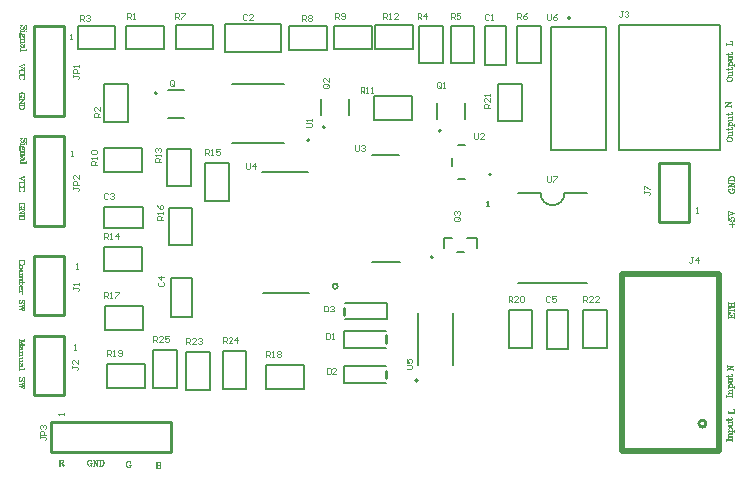
<source format=gto>
G04*
G04 #@! TF.GenerationSoftware,Altium Limited,Altium Designer,22.5.1 (42)*
G04*
G04 Layer_Color=65535*
%FSLAX44Y44*%
%MOMM*%
G71*
G04*
G04 #@! TF.SameCoordinates,7BE4DF7C-7C26-4D94-8E65-31FE19049D94*
G04*
G04*
G04 #@! TF.FilePolarity,Positive*
G04*
G01*
G75*
%ADD10C,0.2000*%
%ADD11C,0.1524*%
%ADD12C,0.1270*%
%ADD13C,0.2540*%
%ADD14C,0.2700*%
%ADD15C,0.1500*%
%ADD16C,0.5000*%
%ADD17C,0.1000*%
%ADD18C,0.0800*%
D10*
X356750Y182300D02*
G03*
X356750Y182300I-1000J0D01*
G01*
X265602Y292536D02*
G03*
X265602Y292536I-1000J0D01*
G01*
X406100Y252500D02*
G03*
X406100Y252500I-1000J0D01*
G01*
X344000Y78000D02*
G03*
X344000Y78000I-1000J0D01*
G01*
X252400Y281400D02*
G03*
X252400Y281400I-1000J0D01*
G01*
X473000Y385000D02*
G03*
X473000Y385000I-1000J0D01*
G01*
X123236Y321398D02*
G03*
X123236Y321398I-1000J0D01*
G01*
X363602Y289536D02*
G03*
X363602Y289536I-1000J0D01*
G01*
X365000Y346550D02*
Y378550D01*
X345000D02*
X365000D01*
X345000Y346550D02*
Y378550D01*
Y346550D02*
X365000D01*
X282220Y129888D02*
X317780D01*
Y144112D01*
X282220D02*
X317780D01*
X281220Y90112D02*
X316780D01*
X281220Y75888D02*
Y90112D01*
Y75888D02*
X316780D01*
X281412Y120112D02*
X316972D01*
X281412Y105888D02*
Y120112D01*
Y105888D02*
X316972D01*
X135110Y165010D02*
X152890D01*
Y131990D02*
Y165010D01*
X135110Y131990D02*
X152890D01*
X135110D02*
Y165010D01*
X132000Y242500D02*
X152000D01*
X132000D02*
Y274500D01*
X152000D01*
Y242500D02*
Y274500D01*
X133000Y224500D02*
X153000D01*
Y192500D02*
Y224500D01*
X133000Y192500D02*
X153000D01*
X133000D02*
Y224500D01*
X428000Y346550D02*
X448000D01*
X428000D02*
Y378550D01*
X448000D01*
Y346550D02*
Y378550D01*
X401110Y345530D02*
X418890D01*
X401110D02*
X401110Y378550D01*
X418890D01*
X418890Y345530D01*
X372000Y346550D02*
X392000D01*
X372000D02*
Y378550D01*
X392000D01*
Y346550D02*
Y378550D01*
X308000Y359000D02*
Y379000D01*
X340000D01*
Y359000D02*
Y379000D01*
X308000Y359000D02*
X340000D01*
X305000Y358550D02*
Y378550D01*
X273000Y358550D02*
X305000D01*
X273000D02*
Y378550D01*
X305000D01*
X235000Y358000D02*
Y378000D01*
X267000D01*
Y358000D02*
Y378000D01*
X235000Y358000D02*
X267000D01*
X171000Y359000D02*
Y379000D01*
X139000Y359000D02*
X171000D01*
X139000D02*
Y379000D01*
X171000D01*
X56000Y358550D02*
Y378550D01*
X88000D01*
Y358550D02*
Y378550D01*
X56000Y358550D02*
X88000D01*
X421000Y105500D02*
X441000D01*
X421000D02*
Y137500D01*
X441000D01*
Y105500D02*
Y137500D01*
X453110Y104490D02*
X470890D01*
X453110D02*
Y137510D01*
X470890D01*
Y104490D02*
Y137510D01*
X484000Y138000D02*
X504000D01*
Y106000D02*
Y138000D01*
X484000Y106000D02*
X504000D01*
X484000D02*
Y138000D01*
X412000Y297500D02*
X432000D01*
X412000D02*
Y329500D01*
X432000D01*
Y297500D02*
Y329500D01*
X215500Y71000D02*
Y91000D01*
X247500D01*
Y71000D02*
Y91000D01*
X215500Y71000D02*
X247500D01*
X307000Y299000D02*
Y319000D01*
X339000D01*
Y299000D02*
Y319000D01*
X307000Y299000D02*
X339000D01*
X78490Y255000D02*
Y275000D01*
X110490D01*
Y255000D02*
Y275000D01*
X78490Y255000D02*
X110490D01*
X78490Y297000D02*
X98490D01*
X78490D02*
Y329000D01*
X98490D01*
Y297000D02*
Y329000D01*
X97000Y358550D02*
X129000D01*
Y378550D01*
X97000D02*
X129000D01*
X97000Y358550D02*
Y378550D01*
X78490Y171000D02*
X110490D01*
Y191000D01*
X78490D02*
X110490D01*
X78490Y171000D02*
Y191000D01*
X184000Y230000D02*
Y262000D01*
X164000D02*
X184000D01*
X164000Y230000D02*
Y262000D01*
Y230000D02*
X184000D01*
X78490Y224890D02*
X111510Y224890D01*
X78490Y207110D02*
Y224890D01*
Y207110D02*
X111510Y207110D01*
Y224890D01*
X79000Y121000D02*
X111000D01*
Y141000D01*
X79000D02*
X111000D01*
X79000Y121000D02*
Y141000D01*
X81000Y72000D02*
X113000D01*
Y92000D01*
X81000D02*
X113000D01*
X81000Y72000D02*
Y92000D01*
X148000Y70000D02*
Y102000D01*
Y70000D02*
X168000D01*
Y102000D01*
X148000D02*
X168000D01*
X179000Y71000D02*
Y103000D01*
Y71000D02*
X199000D01*
Y103000D01*
X179000D02*
X199000D01*
X120000Y72000D02*
Y104000D01*
Y72000D02*
X140000D01*
Y104000D01*
X120000D02*
X140000D01*
D11*
X447940Y236700D02*
G03*
X468260Y236700I10160J0D01*
G01*
X428890D02*
X447940D01*
X468260D02*
X487310D01*
X428890Y160500D02*
X487310D01*
D12*
X276236Y158000D02*
G03*
X276236Y158000I-2236J0D01*
G01*
X305358Y178000D02*
X328758D01*
X304958Y269000D02*
X328358D01*
X213000Y152000D02*
X252000D01*
X212000Y255000D02*
X251000D01*
X285690Y302500D02*
Y316100D01*
X262310Y302500D02*
Y316100D01*
X377700Y277500D02*
X384300D01*
X373000Y259650D02*
Y266350D01*
X377700Y248500D02*
X384300Y248500D01*
X374000Y91000D02*
Y135000D01*
X344000Y91000D02*
Y135000D01*
X187000Y329000D02*
X231000D01*
X187000Y279000D02*
X231000D01*
X503000Y273500D02*
Y377500D01*
X457000Y377500D02*
X503000Y377500D01*
X457000Y273500D02*
Y377500D01*
Y273500D02*
X503000D01*
X132200Y323690D02*
X145800D01*
X132200Y300310D02*
X145800D01*
X360310Y299500D02*
Y313100D01*
X383690Y299500D02*
Y313100D01*
D13*
X588000Y41530D02*
G03*
X588000Y41530I-3000J0D01*
G01*
X19300Y65600D02*
X44700D01*
Y115600D01*
X19300Y65600D02*
Y115600D01*
X44700D01*
X548300Y212400D02*
X573700D01*
X573700Y262400D02*
X573700Y212400D01*
X548300D02*
X548300Y262400D01*
X573700D01*
X33900Y17300D02*
Y42700D01*
Y17300D02*
X135500Y17300D01*
X33900Y42700D02*
X135500Y42700D01*
Y17300D02*
Y42700D01*
X19300Y183600D02*
X44700D01*
X19300Y133600D02*
Y183600D01*
X44700Y133600D02*
Y183600D01*
X19300Y133600D02*
X44700D01*
X19300Y378280D02*
X44700D01*
X19300Y302080D02*
Y378280D01*
X44700Y302080D02*
Y378280D01*
X19300Y302080D02*
X44700D01*
X19300Y284700D02*
X44700D01*
X19300Y208500D02*
Y284700D01*
X44700Y208500D02*
Y284700D01*
X19300Y208500D02*
X44700D01*
D14*
X281966Y133698D02*
Y139794D01*
X317034Y80206D02*
Y86302D01*
X317226Y110206D02*
Y116302D01*
D15*
X377000Y187000D02*
X383000D01*
X394000Y190000D02*
Y199000D01*
X386000D02*
X394000D01*
X366000D02*
X373000Y199000D01*
X366000Y199000D02*
X366000Y190000D01*
X180500Y380000D02*
X180500Y379000D01*
X180500Y356000D02*
X228500D01*
X182500Y380000D02*
X227500D01*
X228500Y356000D02*
X228500Y379000D01*
X227500Y380000D02*
X228500Y379000D01*
X180500Y380000D02*
X182500D01*
X180500Y356000D02*
X180500Y379000D01*
X514000Y379000D02*
X517000D01*
X514000Y273000D02*
Y379000D01*
X517000D02*
X600000D01*
X514000Y273000D02*
X600000D01*
Y379000D01*
D16*
X517000Y18530D02*
X599000D01*
X517000D02*
Y168530D01*
X599000Y168530D01*
X599000Y18530D02*
X599000Y168530D01*
D17*
X10285Y77559D02*
X10999Y77321D01*
X9571D01*
X10285Y77559D01*
X10761Y78035D01*
X10999Y78749D01*
Y79464D01*
X10761Y80178D01*
X10285Y80654D01*
X9809D01*
X9333Y80416D01*
X9094Y80178D01*
X8856Y79701D01*
X8380Y78273D01*
X8142Y77797D01*
X7666Y77321D01*
X9809Y80654D02*
X9333Y80178D01*
X9094Y79701D01*
X8619Y78273D01*
X8380Y77797D01*
X8142Y77559D01*
X7666Y77321D01*
X6714D01*
X6238Y77797D01*
X6000Y78511D01*
Y79225D01*
X6238Y79940D01*
X6714Y80416D01*
X7428Y80654D01*
X6000D01*
X6714Y80416D01*
X10999Y75869D02*
X6000Y74917D01*
X10999Y75631D02*
X7190Y74917D01*
X10999Y73965D02*
X6000Y74917D01*
X10999Y73965D02*
X6000Y73012D01*
X10999Y73727D02*
X7190Y73012D01*
X10999Y72060D02*
X6000Y73012D01*
X10999Y76583D02*
Y74917D01*
Y72775D02*
Y71346D01*
X40572Y10999D02*
Y6000D01*
X40810Y10999D02*
Y6000D01*
X39858Y10999D02*
X42714D01*
X43428Y10761D01*
X43666Y10523D01*
X43904Y10047D01*
Y9571D01*
X43666Y9094D01*
X43428Y8856D01*
X42714Y8619D01*
X40810D01*
X42714Y10999D02*
X43190Y10761D01*
X43428Y10523D01*
X43666Y10047D01*
Y9571D01*
X43428Y9094D01*
X43190Y8856D01*
X42714Y8619D01*
X39858Y6000D02*
X41524D01*
X42000Y8619D02*
X42476Y8380D01*
X42714Y8142D01*
X43428Y6476D01*
X43666Y6238D01*
X43904D01*
X44142Y6476D01*
X42476Y8380D02*
X42714Y7904D01*
X43190Y6238D01*
X43428Y6000D01*
X43904D01*
X44142Y6476D01*
Y6714D01*
X605335Y282217D02*
X605573Y281502D01*
X606049Y281026D01*
X606525Y280788D01*
X607477Y280550D01*
X608191D01*
X609143Y280788D01*
X609620Y281026D01*
X610096Y281502D01*
X610334Y282217D01*
Y282693D01*
X610096Y283407D01*
X609620Y283883D01*
X609143Y284121D01*
X608191Y284359D01*
X607477D01*
X606525Y284121D01*
X606049Y283883D01*
X605573Y283407D01*
X605335Y282693D01*
Y282217D01*
X605573Y281740D01*
X606049Y281264D01*
X606525Y281026D01*
X607477Y280788D01*
X608191D01*
X609143Y281026D01*
X609620Y281264D01*
X610096Y281740D01*
X610334Y282217D01*
Y282693D02*
X610096Y283169D01*
X609620Y283645D01*
X609143Y283883D01*
X608191Y284121D01*
X607477D01*
X606525Y283883D01*
X606049Y283645D01*
X605573Y283169D01*
X605335Y282693D01*
X607001Y285763D02*
X609620D01*
X610096Y286001D01*
X610334Y286716D01*
Y287192D01*
X610096Y287906D01*
X609620Y288382D01*
X607001Y286001D02*
X609620D01*
X610096Y286240D01*
X610334Y286716D01*
X607001Y288382D02*
X610334D01*
X607001Y288620D02*
X610334D01*
X607001Y285049D02*
Y286001D01*
Y287668D02*
Y288620D01*
X610334Y288382D02*
Y289334D01*
Y291405D02*
X610096Y291167D01*
X609381Y290929D01*
X605335D01*
Y290691D01*
X609381D01*
X610096Y290929D01*
X610334Y291405D01*
Y291881D01*
X610096Y292357D01*
X609620Y292595D01*
X607001Y289977D02*
Y291881D01*
Y294119D02*
X612000D01*
X607001Y294357D02*
X612000D01*
X607715D02*
X607239Y294833D01*
X607001Y295309D01*
Y295785D01*
X607239Y296499D01*
X607715Y296975D01*
X608429Y297213D01*
X608905D01*
X609620Y296975D01*
X610096Y296499D01*
X610334Y295785D01*
Y295309D01*
X610096Y294833D01*
X609620Y294357D01*
X607001Y295785D02*
X607239Y296261D01*
X607715Y296737D01*
X608429Y296975D01*
X608905D01*
X609620Y296737D01*
X610096Y296261D01*
X610334Y295785D01*
X607001Y293405D02*
Y294357D01*
X612000Y293405D02*
Y295071D01*
X607001Y298618D02*
X609620D01*
X610096Y298856D01*
X610334Y299570D01*
Y300046D01*
X610096Y300760D01*
X609620Y301236D01*
X607001Y298856D02*
X609620D01*
X610096Y299094D01*
X610334Y299570D01*
X607001Y301236D02*
X610334D01*
X607001Y301474D02*
X610334D01*
X607001Y297904D02*
Y298856D01*
Y300522D02*
Y301474D01*
X610334Y301236D02*
Y302188D01*
Y304259D02*
X610096Y304021D01*
X609381Y303783D01*
X605335D01*
Y303545D01*
X609381D01*
X610096Y303783D01*
X610334Y304259D01*
Y304736D01*
X610096Y305212D01*
X609620Y305450D01*
X607001Y302831D02*
Y304736D01*
X605335Y65000D02*
X610334D01*
X605335Y65238D02*
X610334D01*
X605335Y64286D02*
Y65952D01*
X610334Y64286D02*
Y65952D01*
X607001Y67571D02*
X610334D01*
X607001Y67809D02*
X610334D01*
X607715D02*
X607239Y68285D01*
X607001Y68999D01*
Y69475D01*
X607239Y70189D01*
X607715Y70427D01*
X610334D01*
X607001Y69475D02*
X607239Y69951D01*
X607715Y70189D01*
X610334D01*
X607001Y66857D02*
Y67809D01*
X610334Y66857D02*
Y68523D01*
Y69475D02*
Y71142D01*
X607001Y72498D02*
X612000D01*
X607001Y72737D02*
X612000D01*
X607715D02*
X607239Y73213D01*
X607001Y73689D01*
Y74165D01*
X607239Y74879D01*
X607715Y75355D01*
X608429Y75593D01*
X608905D01*
X609620Y75355D01*
X610096Y74879D01*
X610334Y74165D01*
Y73689D01*
X610096Y73213D01*
X609620Y72737D01*
X607001Y74165D02*
X607239Y74641D01*
X607715Y75117D01*
X608429Y75355D01*
X608905D01*
X609620Y75117D01*
X610096Y74641D01*
X610334Y74165D01*
X607001Y71784D02*
Y72737D01*
X612000Y71784D02*
Y73451D01*
X607001Y76997D02*
X609620D01*
X610096Y77235D01*
X610334Y77950D01*
Y78426D01*
X610096Y79140D01*
X609620Y79616D01*
X607001Y77235D02*
X609620D01*
X610096Y77474D01*
X610334Y77950D01*
X607001Y79616D02*
X610334D01*
X607001Y79854D02*
X610334D01*
X607001Y76283D02*
Y77235D01*
Y78902D02*
Y79854D01*
X610334Y79616D02*
Y80568D01*
Y82639D02*
X610096Y82401D01*
X609381Y82163D01*
X605335D01*
Y81925D01*
X609381D01*
X610096Y82163D01*
X610334Y82639D01*
Y83115D01*
X610096Y83591D01*
X609620Y83829D01*
X607001Y81211D02*
Y83115D01*
X11951Y375701D02*
X12665Y375463D01*
X11237D01*
X11951Y375701D01*
X12427Y376177D01*
X12665Y376891D01*
Y377605D01*
X12427Y378319D01*
X11951Y378795D01*
X11475D01*
X10999Y378557D01*
X10761Y378319D01*
X10523Y377843D01*
X10047Y376415D01*
X9809Y375939D01*
X9333Y375463D01*
X11475Y378795D02*
X10999Y378319D01*
X10761Y377843D01*
X10285Y376415D01*
X10047Y375939D01*
X9809Y375701D01*
X9333Y375463D01*
X8380D01*
X7904Y375939D01*
X7666Y376653D01*
Y377367D01*
X7904Y378081D01*
X8380Y378557D01*
X9094Y378795D01*
X7666D01*
X8380Y378557D01*
X12665Y374011D02*
X12427Y374249D01*
X12189Y374011D01*
X12427Y373773D01*
X12665Y374011D01*
X10999D02*
X7666D01*
X10999Y373773D02*
X7666D01*
X10999Y374725D02*
Y373773D01*
X7666Y374725D02*
Y373058D01*
X10999Y370726D02*
X10761Y371202D01*
X10523Y371440D01*
X10047Y371678D01*
X9571D01*
X9094Y371440D01*
X8856Y371202D01*
X8618Y370726D01*
Y370249D01*
X8856Y369773D01*
X9094Y369535D01*
X9571Y369297D01*
X10047D01*
X10523Y369535D01*
X10761Y369773D01*
X10999Y370249D01*
Y370726D01*
X10761Y371202D02*
X10285Y371440D01*
X9333D01*
X8856Y371202D01*
Y369773D02*
X9333Y369535D01*
X10285D01*
X10761Y369773D01*
X10523Y369535D02*
X10761Y369297D01*
X10999Y368821D01*
X10761D01*
Y369297D01*
X9094Y371440D02*
X8856Y371678D01*
X8380Y371916D01*
X8142D01*
X7666Y371678D01*
X7428Y370964D01*
Y369773D01*
X7190Y369059D01*
X6952Y368821D01*
X8142Y371916D02*
X7904Y371678D01*
X7666Y370964D01*
Y369773D01*
X7428Y369059D01*
X6952Y368821D01*
X6714D01*
X6238Y369059D01*
X6000Y369773D01*
Y371202D01*
X6238Y371916D01*
X6714Y372154D01*
X6952D01*
X7428Y371916D01*
X7666Y371202D01*
X10999Y367369D02*
X7666D01*
X10999Y367131D02*
X7666D01*
X10285D02*
X10761Y366655D01*
X10999Y365941D01*
Y365465D01*
X10761Y364751D01*
X10285Y364513D01*
X7666D01*
X10999Y365465D02*
X10761Y364989D01*
X10285Y364751D01*
X7666D01*
X10999Y368083D02*
Y367131D01*
X7666Y368083D02*
Y366417D01*
Y365465D02*
Y363798D01*
X10523Y362680D02*
X10285D01*
Y362918D01*
X10523D01*
X10761Y362680D01*
X10999Y362204D01*
Y361251D01*
X10761Y360775D01*
X10523Y360537D01*
X10047Y360299D01*
X8380D01*
X7904Y360061D01*
X7666Y359823D01*
X10523Y360537D02*
X8380D01*
X7904Y360299D01*
X7666Y359823D01*
Y359585D01*
X10047Y360537D02*
X9809Y360775D01*
X9571Y362204D01*
X9333Y362918D01*
X8856Y363156D01*
X8380D01*
X7904Y362918D01*
X7666Y362204D01*
Y361489D01*
X7904Y361013D01*
X8380Y360537D01*
X9571Y362204D02*
X9333Y362680D01*
X8856Y362918D01*
X8380D01*
X7904Y362680D01*
X7666Y362204D01*
X12665Y358157D02*
X7666D01*
X12665Y357919D02*
X7666D01*
X12665Y358871D02*
Y357919D01*
X7666Y358871D02*
Y357205D01*
X10285Y318725D02*
X9571Y318487D01*
X10999D01*
X10285Y318725D01*
X10761Y319202D01*
X10999Y319916D01*
Y320392D01*
X10761Y321106D01*
X10285Y321582D01*
X9809Y321820D01*
X9094Y322058D01*
X7904D01*
X7190Y321820D01*
X6714Y321582D01*
X6238Y321106D01*
X6000Y320392D01*
Y319916D01*
X6238Y319202D01*
X6714Y318725D01*
X10999Y320392D02*
X10761Y320868D01*
X10285Y321344D01*
X9809Y321582D01*
X9094Y321820D01*
X7904D01*
X7190Y321582D01*
X6714Y321344D01*
X6238Y320868D01*
X6000Y320392D01*
X7904Y318725D02*
X6000D01*
X7904Y318487D02*
X6000D01*
X7904Y319440D02*
Y317773D01*
X10999Y316416D02*
X6000D01*
X10999Y316178D02*
X6476Y313322D01*
X10523Y316178D02*
X6000Y313322D01*
X10999D02*
X6000D01*
X10999Y317131D02*
Y316178D01*
Y314036D02*
Y312608D01*
X6000Y317131D02*
Y315702D01*
X10999Y311275D02*
X6000D01*
X10999Y311037D02*
X6000D01*
X10999Y311989D02*
Y309608D01*
X10761Y308894D01*
X10285Y308418D01*
X9809Y308180D01*
X9094Y307942D01*
X7904D01*
X7190Y308180D01*
X6714Y308418D01*
X6238Y308894D01*
X6000Y309608D01*
Y311989D01*
X10999Y309608D02*
X10761Y309132D01*
X10285Y308656D01*
X9809Y308418D01*
X9094Y308180D01*
X7904D01*
X7190Y308418D01*
X6714Y308656D01*
X6238Y309132D01*
X6000Y309608D01*
X10285Y225328D02*
X9571Y225090D01*
X10999D01*
X10285Y225328D01*
X10761Y225805D01*
X10999Y226519D01*
Y226995D01*
X10761Y227709D01*
X10285Y228185D01*
X9809Y228423D01*
X9094Y228661D01*
X7904D01*
X7190Y228423D01*
X6714Y228185D01*
X6238Y227709D01*
X6000Y226995D01*
Y226519D01*
X6238Y225805D01*
X6714Y225328D01*
X10999Y226995D02*
X10761Y227471D01*
X10285Y227947D01*
X9809Y228185D01*
X9094Y228423D01*
X7904D01*
X7190Y228185D01*
X6714Y227947D01*
X6238Y227471D01*
X6000Y226995D01*
X7904Y225328D02*
X6000D01*
X7904Y225090D02*
X6000D01*
X7904Y226042D02*
Y224376D01*
X10999Y223019D02*
X6000D01*
X10999Y222781D02*
X6476Y219925D01*
X10523Y222781D02*
X6000Y219925D01*
X10999D02*
X6000D01*
X10999Y223734D02*
Y222781D01*
Y220639D02*
Y219211D01*
X6000Y223734D02*
Y222305D01*
X10999Y217878D02*
X6000D01*
X10999Y217640D02*
X6000D01*
X10999Y218592D02*
Y216211D01*
X10761Y215497D01*
X10285Y215021D01*
X9809Y214783D01*
X9094Y214545D01*
X7904D01*
X7190Y214783D01*
X6714Y215021D01*
X6238Y215497D01*
X6000Y216211D01*
Y218592D01*
X10999Y216211D02*
X10761Y215735D01*
X10285Y215259D01*
X9809Y215021D01*
X9094Y214783D01*
X7904D01*
X7190Y215021D01*
X6714Y215259D01*
X6238Y215735D01*
X6000Y216211D01*
X10999Y345915D02*
X6000Y344249D01*
X10999Y345677D02*
X6714Y344249D01*
X10999Y342583D02*
X6000Y344249D01*
X10999Y346391D02*
Y344963D01*
Y343535D02*
Y342107D01*
X10285Y338131D02*
X9571Y337893D01*
X10999D01*
X10285Y338131D01*
X10761Y338607D01*
X10999Y339322D01*
Y339798D01*
X10761Y340512D01*
X10285Y340988D01*
X9809Y341226D01*
X9094Y341464D01*
X7904D01*
X7190Y341226D01*
X6714Y340988D01*
X6238Y340512D01*
X6000Y339798D01*
Y339322D01*
X6238Y338607D01*
X6714Y338131D01*
X7190Y337893D01*
X10999Y339798D02*
X10761Y340274D01*
X10285Y340750D01*
X9809Y340988D01*
X9094Y341226D01*
X7904D01*
X7190Y340988D01*
X6714Y340750D01*
X6238Y340274D01*
X6000Y339798D01*
X10285Y333847D02*
X9571Y333609D01*
X10999D01*
X10285Y333847D01*
X10761Y334323D01*
X10999Y335037D01*
Y335513D01*
X10761Y336227D01*
X10285Y336703D01*
X9809Y336941D01*
X9094Y337179D01*
X7904D01*
X7190Y336941D01*
X6714Y336703D01*
X6238Y336227D01*
X6000Y335513D01*
Y335037D01*
X6238Y334323D01*
X6714Y333847D01*
X7190Y333609D01*
X10999Y335513D02*
X10761Y335989D01*
X10285Y336465D01*
X9809Y336703D01*
X9094Y336941D01*
X7904D01*
X7190Y336703D01*
X6714Y336465D01*
X6238Y335989D01*
X6000Y335513D01*
X607715Y210501D02*
X612000D01*
X609858Y208359D02*
Y212643D01*
X607001Y213762D02*
X609381Y213286D01*
X608905Y213762D01*
X608667Y214476D01*
Y215191D01*
X608905Y215905D01*
X609381Y216381D01*
X610096Y216619D01*
X610572D01*
X611286Y216381D01*
X611762Y215905D01*
X612000Y215191D01*
Y214476D01*
X611762Y213762D01*
X611524Y213524D01*
X611048Y213286D01*
X610810D01*
X610572Y213524D01*
X610810Y213762D01*
X611048Y213524D01*
X608667Y215191D02*
X608905Y215667D01*
X609381Y216143D01*
X610096Y216381D01*
X610572D01*
X611286Y216143D01*
X611762Y215667D01*
X612000Y215191D01*
X607001Y213762D02*
Y216143D01*
X607239Y213762D02*
Y214952D01*
X607001Y216143D01*
Y217833D02*
X612000Y219499D01*
X607001Y218071D02*
X611286Y219499D01*
X607001Y221165D02*
X612000Y219499D01*
X607001Y217357D02*
Y218785D01*
Y220213D02*
Y221641D01*
X67275Y10285D02*
X67513Y9571D01*
Y10999D01*
X67275Y10285D01*
X66799Y10761D01*
X66084Y10999D01*
X65608D01*
X64894Y10761D01*
X64418Y10285D01*
X64180Y9809D01*
X63942Y9094D01*
Y7904D01*
X64180Y7190D01*
X64418Y6714D01*
X64894Y6238D01*
X65608Y6000D01*
X66084D01*
X66799Y6238D01*
X67275Y6714D01*
X65608Y10999D02*
X65132Y10761D01*
X64656Y10285D01*
X64418Y9809D01*
X64180Y9094D01*
Y7904D01*
X64418Y7190D01*
X64656Y6714D01*
X65132Y6238D01*
X65608Y6000D01*
X67275Y7904D02*
Y6000D01*
X67513Y7904D02*
Y6000D01*
X66561Y7904D02*
X68227D01*
X69584Y10999D02*
Y6000D01*
X69822Y10999D02*
X72678Y6476D01*
X69822Y10523D02*
X72678Y6000D01*
Y10999D02*
Y6000D01*
X68870Y10999D02*
X69822D01*
X71964D02*
X73392D01*
X68870Y6000D02*
X70298D01*
X74725Y10999D02*
Y6000D01*
X74963Y10999D02*
Y6000D01*
X74011Y10999D02*
X76392D01*
X77106Y10761D01*
X77582Y10285D01*
X77820Y9809D01*
X78058Y9094D01*
Y7904D01*
X77820Y7190D01*
X77582Y6714D01*
X77106Y6238D01*
X76392Y6000D01*
X74011D01*
X76392Y10999D02*
X76868Y10761D01*
X77344Y10285D01*
X77582Y9809D01*
X77820Y9094D01*
Y7904D01*
X77582Y7190D01*
X77344Y6714D01*
X76868Y6238D01*
X76392Y6000D01*
X10285Y176962D02*
X9571Y176724D01*
X10999D01*
X10285Y176962D01*
X10761Y177438D01*
X10999Y178152D01*
Y178628D01*
X10761Y179342D01*
X10285Y179818D01*
X9809Y180056D01*
X9094Y180294D01*
X7904D01*
X7190Y180056D01*
X6714Y179818D01*
X6238Y179342D01*
X6000Y178628D01*
Y178152D01*
X6238Y177438D01*
X6714Y176962D01*
X7190Y176724D01*
X10999Y178628D02*
X10761Y179104D01*
X10285Y179580D01*
X9809Y179818D01*
X9094Y180056D01*
X7904D01*
X7190Y179818D01*
X6714Y179580D01*
X6238Y179104D01*
X6000Y178628D01*
X9333Y174581D02*
X9094Y175296D01*
X8619Y175772D01*
X7904Y176010D01*
X7428D01*
X6714Y175772D01*
X6238Y175296D01*
X6000Y174581D01*
Y174105D01*
X6238Y173391D01*
X6714Y172915D01*
X7428Y172677D01*
X7904D01*
X8619Y172915D01*
X9094Y173391D01*
X9333Y174105D01*
Y174581D01*
X9094Y175058D01*
X8619Y175534D01*
X7904Y175772D01*
X7428D01*
X6714Y175534D01*
X6238Y175058D01*
X6000Y174581D01*
Y174105D02*
X6238Y173629D01*
X6714Y173153D01*
X7428Y172915D01*
X7904D01*
X8619Y173153D01*
X9094Y173629D01*
X9333Y174105D01*
Y171225D02*
X6714D01*
X6238Y170987D01*
X6000Y170273D01*
Y169797D01*
X6238Y169083D01*
X6714Y168606D01*
X9333Y170987D02*
X6714D01*
X6238Y170749D01*
X6000Y170273D01*
X9333Y168606D02*
X6000D01*
X9333Y168368D02*
X6000D01*
X9333Y171939D02*
Y170987D01*
Y169321D02*
Y168368D01*
X6000Y168606D02*
Y167654D01*
X9333Y166297D02*
X6000D01*
X9333Y166059D02*
X6000D01*
X8619D02*
X9094Y165583D01*
X9333Y164869D01*
Y164393D01*
X9094Y163679D01*
X8619Y163441D01*
X6000D01*
X9333Y164393D02*
X9094Y163917D01*
X8619Y163679D01*
X6000D01*
X9333Y167012D02*
Y166059D01*
X6000Y167012D02*
Y165345D01*
Y164393D02*
Y162727D01*
Y160656D02*
X6238Y160894D01*
X6952Y161132D01*
X10999D01*
Y161370D01*
X6952D01*
X6238Y161132D01*
X6000Y160656D01*
Y160180D01*
X6238Y159704D01*
X6714Y159466D01*
X9333Y162084D02*
Y160180D01*
X7904Y158418D02*
Y155562D01*
X8380D01*
X8856Y155800D01*
X9094Y156038D01*
X9333Y156514D01*
Y157228D01*
X9094Y157942D01*
X8619Y158418D01*
X7904Y158656D01*
X7428D01*
X6714Y158418D01*
X6238Y157942D01*
X6000Y157228D01*
Y156752D01*
X6238Y156038D01*
X6714Y155562D01*
X7904Y155800D02*
X8619D01*
X9094Y156038D01*
X9333Y157228D02*
X9094Y157704D01*
X8619Y158180D01*
X7904Y158418D01*
X7428D01*
X6714Y158180D01*
X6238Y157704D01*
X6000Y157228D01*
X9333Y154086D02*
X6000D01*
X9333Y153848D02*
X6000D01*
X7904D02*
X8619Y153610D01*
X9094Y153134D01*
X9333Y152658D01*
Y151944D01*
X9094Y151706D01*
X8856D01*
X8619Y151944D01*
X8856Y152182D01*
X9094Y151944D01*
X9333Y154800D02*
Y153848D01*
X6000Y154800D02*
Y153134D01*
X607001Y50929D02*
X612000D01*
X607001Y51167D02*
X612000D01*
X607001Y50215D02*
Y51881D01*
X612000Y50215D02*
Y53785D01*
X610572D01*
X612000Y53547D01*
X10999Y250915D02*
X6000Y249249D01*
X10999Y250677D02*
X6714Y249249D01*
X10999Y247583D02*
X6000Y249249D01*
X10999Y251392D02*
Y249963D01*
Y248535D02*
Y247107D01*
X10285Y243131D02*
X9571Y242893D01*
X10999D01*
X10285Y243131D01*
X10761Y243608D01*
X10999Y244322D01*
Y244798D01*
X10761Y245512D01*
X10285Y245988D01*
X9809Y246226D01*
X9094Y246464D01*
X7904D01*
X7190Y246226D01*
X6714Y245988D01*
X6238Y245512D01*
X6000Y244798D01*
Y244322D01*
X6238Y243608D01*
X6714Y243131D01*
X7190Y242893D01*
X10999Y244798D02*
X10761Y245274D01*
X10285Y245750D01*
X9809Y245988D01*
X9094Y246226D01*
X7904D01*
X7190Y245988D01*
X6714Y245750D01*
X6238Y245274D01*
X6000Y244798D01*
X10285Y238847D02*
X9571Y238609D01*
X10999D01*
X10285Y238847D01*
X10761Y239323D01*
X10999Y240037D01*
Y240513D01*
X10761Y241227D01*
X10285Y241703D01*
X9809Y241941D01*
X9094Y242179D01*
X7904D01*
X7190Y241941D01*
X6714Y241703D01*
X6238Y241227D01*
X6000Y240513D01*
Y240037D01*
X6238Y239323D01*
X6714Y238847D01*
X7190Y238609D01*
X10999Y240513D02*
X10761Y240989D01*
X10285Y241465D01*
X9809Y241703D01*
X9094Y241941D01*
X7904D01*
X7190Y241703D01*
X6714Y241465D01*
X6238Y240989D01*
X6000Y240513D01*
X605649Y87510D02*
X610648D01*
X605649Y87748D02*
X610172Y90605D01*
X606125Y87748D02*
X610648Y90605D01*
X605649D02*
X610648D01*
X605649Y86796D02*
Y87748D01*
Y89891D02*
Y91319D01*
X610648Y86796D02*
Y88224D01*
X607001Y131942D02*
X612000D01*
X607001Y132180D02*
X612000D01*
X608429Y133608D02*
X610334D01*
X607001Y131228D02*
Y135036D01*
X608429D01*
X607001Y134798D01*
X609381Y132180D02*
Y133608D01*
X612000Y131228D02*
Y135036D01*
X610572D01*
X612000Y134798D01*
X607001Y137393D02*
X612000D01*
X607001Y137631D02*
X612000D01*
X607001Y135965D02*
X608429Y135727D01*
X607001D01*
Y139297D01*
X608429D01*
X607001Y139059D01*
X612000Y136679D02*
Y138345D01*
X607001Y140726D02*
X612000D01*
X607001Y140964D02*
X612000D01*
X607001Y143820D02*
X612000D01*
X607001Y144058D02*
X612000D01*
X607001Y140012D02*
Y141678D01*
Y143106D02*
Y144772D01*
X609381Y140964D02*
Y143820D01*
X612000Y140012D02*
Y141678D01*
Y143106D02*
Y144772D01*
X11951Y280372D02*
X12665Y280134D01*
X11237D01*
X11951Y280372D01*
X12427Y280848D01*
X12665Y281562D01*
Y282276D01*
X12427Y282991D01*
X11951Y283467D01*
X11475D01*
X10999Y283229D01*
X10761Y282991D01*
X10523Y282514D01*
X10047Y281086D01*
X9809Y280610D01*
X9333Y280134D01*
X11475Y283467D02*
X10999Y282991D01*
X10761Y282514D01*
X10285Y281086D01*
X10047Y280610D01*
X9809Y280372D01*
X9333Y280134D01*
X8380D01*
X7904Y280610D01*
X7666Y281324D01*
Y282038D01*
X7904Y282752D01*
X8380Y283229D01*
X9094Y283467D01*
X7666D01*
X8380Y283229D01*
X12665Y278682D02*
X12427Y278920D01*
X12189Y278682D01*
X12427Y278444D01*
X12665Y278682D01*
X10999D02*
X7666D01*
X10999Y278444D02*
X7666D01*
X10999Y279396D02*
Y278444D01*
X7666Y279396D02*
Y277730D01*
X10999Y275397D02*
X10761Y275873D01*
X10523Y276111D01*
X10047Y276349D01*
X9571D01*
X9094Y276111D01*
X8856Y275873D01*
X8618Y275397D01*
Y274921D01*
X8856Y274445D01*
X9094Y274207D01*
X9571Y273969D01*
X10047D01*
X10523Y274207D01*
X10761Y274445D01*
X10999Y274921D01*
Y275397D01*
X10761Y275873D02*
X10285Y276111D01*
X9333D01*
X8856Y275873D01*
Y274445D02*
X9333Y274207D01*
X10285D01*
X10761Y274445D01*
X10523Y274207D02*
X10761Y273969D01*
X10999Y273493D01*
X10761D01*
Y273969D01*
X9094Y276111D02*
X8856Y276349D01*
X8380Y276587D01*
X8142D01*
X7666Y276349D01*
X7428Y275635D01*
Y274445D01*
X7190Y273731D01*
X6952Y273493D01*
X8142Y276587D02*
X7904Y276349D01*
X7666Y275635D01*
Y274445D01*
X7428Y273731D01*
X6952Y273493D01*
X6714D01*
X6238Y273731D01*
X6000Y274445D01*
Y275873D01*
X6238Y276587D01*
X6714Y276825D01*
X6952D01*
X7428Y276587D01*
X7666Y275873D01*
X10999Y272041D02*
X7666D01*
X10999Y271803D02*
X7666D01*
X10285D02*
X10761Y271326D01*
X10999Y270612D01*
Y270136D01*
X10761Y269422D01*
X10285Y269184D01*
X7666D01*
X10999Y270136D02*
X10761Y269660D01*
X10285Y269422D01*
X7666D01*
X10999Y272755D02*
Y271803D01*
X7666Y272755D02*
Y271088D01*
Y270136D02*
Y268470D01*
X10523Y267351D02*
X10285D01*
Y267589D01*
X10523D01*
X10761Y267351D01*
X10999Y266875D01*
Y265923D01*
X10761Y265447D01*
X10523Y265209D01*
X10047Y264971D01*
X8380D01*
X7904Y264733D01*
X7666Y264495D01*
X10523Y265209D02*
X8380D01*
X7904Y264971D01*
X7666Y264495D01*
Y264256D01*
X10047Y265209D02*
X9809Y265447D01*
X9571Y266875D01*
X9333Y267589D01*
X8856Y267827D01*
X8380D01*
X7904Y267589D01*
X7666Y266875D01*
Y266161D01*
X7904Y265685D01*
X8380Y265209D01*
X9571Y266875D02*
X9333Y267351D01*
X8856Y267589D01*
X8380D01*
X7904Y267351D01*
X7666Y266875D01*
X12665Y262828D02*
X7666D01*
X12665Y262590D02*
X7666D01*
X12665Y263542D02*
Y262590D01*
X7666Y263542D02*
Y261876D01*
X604001Y310453D02*
X609000D01*
X604001Y310691D02*
X608524Y313547D01*
X604477Y310691D02*
X609000Y313547D01*
X604001D02*
X609000D01*
X604001Y309739D02*
Y310691D01*
Y312833D02*
Y314261D01*
X609000Y309739D02*
Y311167D01*
X122702Y9023D02*
Y4024D01*
X122940Y9023D02*
Y4024D01*
X121988Y9023D02*
X124845D01*
X125559Y8785D01*
X125797Y8547D01*
X126035Y8070D01*
Y7594D01*
X125797Y7118D01*
X125559Y6880D01*
X124845Y6642D01*
Y9023D02*
X125321Y8785D01*
X125559Y8547D01*
X125797Y8070D01*
Y7594D01*
X125559Y7118D01*
X125321Y6880D01*
X124845Y6642D01*
X122940D02*
X124845D01*
X125559Y6404D01*
X125797Y6166D01*
X126035Y5690D01*
Y4976D01*
X125797Y4500D01*
X125559Y4262D01*
X124845Y4024D01*
X121988D01*
X124845Y6642D02*
X125321Y6404D01*
X125559Y6166D01*
X125797Y5690D01*
Y4976D01*
X125559Y4500D01*
X125321Y4262D01*
X124845Y4024D01*
X10285Y143559D02*
X10999Y143321D01*
X9571D01*
X10285Y143559D01*
X10761Y144035D01*
X10999Y144749D01*
Y145463D01*
X10761Y146178D01*
X10285Y146654D01*
X9809D01*
X9333Y146416D01*
X9094Y146178D01*
X8856Y145702D01*
X8380Y144273D01*
X8142Y143797D01*
X7666Y143321D01*
X9809Y146654D02*
X9333Y146178D01*
X9094Y145702D01*
X8618Y144273D01*
X8380Y143797D01*
X8142Y143559D01*
X7666Y143321D01*
X6714D01*
X6238Y143797D01*
X6000Y144511D01*
Y145225D01*
X6238Y145940D01*
X6714Y146416D01*
X7428Y146654D01*
X6000D01*
X6714Y146416D01*
X10999Y141869D02*
X6000Y140917D01*
X10999Y141631D02*
X7190Y140917D01*
X10999Y139965D02*
X6000Y140917D01*
X10999Y139965D02*
X6000Y139012D01*
X10999Y139727D02*
X7190Y139012D01*
X10999Y138060D02*
X6000Y139012D01*
X10999Y142583D02*
Y140917D01*
Y138774D02*
Y137346D01*
X605001Y362929D02*
X610000D01*
X605001Y363167D02*
X610000D01*
X605001Y362215D02*
Y363881D01*
X610000Y362215D02*
Y365785D01*
X608572D01*
X610000Y365547D01*
X10999Y112116D02*
X6000D01*
X10999Y111878D02*
X6714Y110450D01*
X10999Y112116D02*
X6000Y110450D01*
X10999Y108784D02*
X6000Y110450D01*
X10999Y108784D02*
X6000D01*
X10999Y108546D02*
X6000D01*
X10999Y112830D02*
Y111878D01*
Y108784D02*
Y107832D01*
X6000Y112830D02*
Y111402D01*
Y109498D02*
Y107832D01*
X8856Y106784D02*
X8618D01*
Y107022D01*
X8856D01*
X9094Y106784D01*
X9333Y106308D01*
Y105356D01*
X9094Y104880D01*
X8856Y104642D01*
X8380Y104404D01*
X6714D01*
X6238Y104166D01*
X6000Y103928D01*
X8856Y104642D02*
X6714D01*
X6238Y104404D01*
X6000Y103928D01*
Y103690D01*
X8380Y104642D02*
X8142Y104880D01*
X7904Y106308D01*
X7666Y107022D01*
X7190Y107260D01*
X6714D01*
X6238Y107022D01*
X6000Y106308D01*
Y105594D01*
X6238Y105118D01*
X6714Y104642D01*
X7904Y106308D02*
X7666Y106784D01*
X7190Y107022D01*
X6714D01*
X6238Y106784D01*
X6000Y106308D01*
X9333Y102261D02*
X6000D01*
X9333Y102023D02*
X6000D01*
X8618D02*
X9094Y101547D01*
X9333Y100833D01*
Y100357D01*
X9094Y99643D01*
X8618Y99405D01*
X6000D01*
X9333Y100357D02*
X9094Y99881D01*
X8618Y99643D01*
X6000D01*
X9333Y102976D02*
Y102023D01*
X6000Y102976D02*
Y101309D01*
Y100357D02*
Y98691D01*
X9333Y97334D02*
X6714D01*
X6238Y97096D01*
X6000Y96382D01*
Y95906D01*
X6238Y95191D01*
X6714Y94715D01*
X9333Y97096D02*
X6714D01*
X6238Y96858D01*
X6000Y96382D01*
X9333Y94715D02*
X6000D01*
X9333Y94477D02*
X6000D01*
X9333Y98048D02*
Y97096D01*
Y95429D02*
Y94477D01*
X6000Y94715D02*
Y93763D01*
X8856Y92644D02*
X8618D01*
Y92882D01*
X8856D01*
X9094Y92644D01*
X9333Y92168D01*
Y91216D01*
X9094Y90740D01*
X8856Y90502D01*
X8380Y90264D01*
X6714D01*
X6238Y90026D01*
X6000Y89788D01*
X8856Y90502D02*
X6714D01*
X6238Y90264D01*
X6000Y89788D01*
Y89550D01*
X8380Y90502D02*
X8142Y90740D01*
X7904Y92168D01*
X7666Y92882D01*
X7190Y93120D01*
X6714D01*
X6238Y92882D01*
X6000Y92168D01*
Y91454D01*
X6238Y90978D01*
X6714Y90502D01*
X7904Y92168D02*
X7666Y92644D01*
X7190Y92882D01*
X6714D01*
X6238Y92644D01*
X6000Y92168D01*
X10999Y88122D02*
X6000D01*
X10999Y87884D02*
X6000D01*
X10999Y88836D02*
Y87884D01*
X6000Y88836D02*
Y87169D01*
X100190Y9285D02*
X100428Y8571D01*
Y9999D01*
X100190Y9285D01*
X99714Y9761D01*
X99000Y9999D01*
X98524D01*
X97810Y9761D01*
X97334Y9285D01*
X97096Y8809D01*
X96858Y8094D01*
Y6904D01*
X97096Y6190D01*
X97334Y5714D01*
X97810Y5238D01*
X98524Y5000D01*
X99000D01*
X99714Y5238D01*
X100190Y5714D01*
X98524Y9999D02*
X98048Y9761D01*
X97572Y9285D01*
X97334Y8809D01*
X97096Y8094D01*
Y6904D01*
X97334Y6190D01*
X97572Y5714D01*
X98048Y5238D01*
X98524Y5000D01*
X100190Y6904D02*
Y5000D01*
X100428Y6904D02*
Y5000D01*
X99476Y6904D02*
X101142D01*
X607715Y240275D02*
X608429Y240513D01*
X607001D01*
X607715Y240275D01*
X607239Y239799D01*
X607001Y239084D01*
Y238608D01*
X607239Y237894D01*
X607715Y237418D01*
X608191Y237180D01*
X608905Y236942D01*
X610096D01*
X610810Y237180D01*
X611286Y237418D01*
X611762Y237894D01*
X612000Y238608D01*
Y239084D01*
X611762Y239799D01*
X611286Y240275D01*
X607001Y238608D02*
X607239Y238132D01*
X607715Y237656D01*
X608191Y237418D01*
X608905Y237180D01*
X610096D01*
X610810Y237418D01*
X611286Y237656D01*
X611762Y238132D01*
X612000Y238608D01*
X610096Y240275D02*
X612000D01*
X610096Y240513D02*
X612000D01*
X610096Y239561D02*
Y241227D01*
X607001Y242584D02*
X612000D01*
X607001Y242822D02*
X611524Y245678D01*
X607477Y242822D02*
X612000Y245678D01*
X607001D02*
X612000D01*
X607001Y241870D02*
Y242822D01*
Y244964D02*
Y246392D01*
X612000Y241870D02*
Y243298D01*
X607001Y247725D02*
X612000D01*
X607001Y247963D02*
X612000D01*
X607001Y247011D02*
Y249392D01*
X607239Y250106D01*
X607715Y250582D01*
X608191Y250820D01*
X608905Y251058D01*
X610096D01*
X610810Y250820D01*
X611286Y250582D01*
X611762Y250106D01*
X612000Y249392D01*
Y247011D01*
X607001Y249392D02*
X607239Y249868D01*
X607715Y250344D01*
X608191Y250582D01*
X608905Y250820D01*
X610096D01*
X610810Y250582D01*
X611286Y250344D01*
X611762Y249868D01*
X612000Y249392D01*
X605335Y27942D02*
X610334D01*
X605335Y28180D02*
X610334D01*
X605335Y27228D02*
Y28895D01*
X610334Y27228D02*
Y28895D01*
X607001Y30513D02*
X610334D01*
X607001Y30751D02*
X610334D01*
X607715D02*
X607239Y31227D01*
X607001Y31942D01*
Y32418D01*
X607239Y33132D01*
X607715Y33370D01*
X610334D01*
X607001Y32418D02*
X607239Y32894D01*
X607715Y33132D01*
X610334D01*
X607001Y29799D02*
Y30751D01*
X610334Y29799D02*
Y31465D01*
Y32418D02*
Y34084D01*
X607001Y35441D02*
X612000D01*
X607001Y35679D02*
X612000D01*
X607715D02*
X607239Y36155D01*
X607001Y36631D01*
Y37107D01*
X607239Y37821D01*
X607715Y38297D01*
X608429Y38535D01*
X608905D01*
X609620Y38297D01*
X610096Y37821D01*
X610334Y37107D01*
Y36631D01*
X610096Y36155D01*
X609620Y35679D01*
X607001Y37107D02*
X607239Y37583D01*
X607715Y38059D01*
X608429Y38297D01*
X608905D01*
X609620Y38059D01*
X610096Y37583D01*
X610334Y37107D01*
X607001Y34727D02*
Y35679D01*
X612000Y34727D02*
Y36393D01*
X607001Y39940D02*
X609620D01*
X610096Y40178D01*
X610334Y40892D01*
Y41368D01*
X610096Y42082D01*
X609620Y42558D01*
X607001Y40178D02*
X609620D01*
X610096Y40416D01*
X610334Y40892D01*
X607001Y42558D02*
X610334D01*
X607001Y42796D02*
X610334D01*
X607001Y39226D02*
Y40178D01*
Y41844D02*
Y42796D01*
X610334Y42558D02*
Y43510D01*
Y45581D02*
X610096Y45343D01*
X609381Y45105D01*
X605335D01*
Y44867D01*
X609381D01*
X610096Y45105D01*
X610334Y45581D01*
Y46058D01*
X610096Y46534D01*
X609620Y46772D01*
X607001Y44153D02*
Y46058D01*
X605335Y333217D02*
X605573Y332503D01*
X606049Y332026D01*
X606525Y331788D01*
X607477Y331550D01*
X608191D01*
X609143Y331788D01*
X609620Y332026D01*
X610096Y332503D01*
X610334Y333217D01*
Y333693D01*
X610096Y334407D01*
X609620Y334883D01*
X609143Y335121D01*
X608191Y335359D01*
X607477D01*
X606525Y335121D01*
X606049Y334883D01*
X605573Y334407D01*
X605335Y333693D01*
Y333217D01*
X605573Y332741D01*
X606049Y332264D01*
X606525Y332026D01*
X607477Y331788D01*
X608191D01*
X609143Y332026D01*
X609620Y332264D01*
X610096Y332741D01*
X610334Y333217D01*
Y333693D02*
X610096Y334169D01*
X609620Y334645D01*
X609143Y334883D01*
X608191Y335121D01*
X607477D01*
X606525Y334883D01*
X606049Y334645D01*
X605573Y334169D01*
X605335Y333693D01*
X607001Y336763D02*
X609620D01*
X610096Y337001D01*
X610334Y337716D01*
Y338192D01*
X610096Y338906D01*
X609620Y339382D01*
X607001Y337001D02*
X609620D01*
X610096Y337240D01*
X610334Y337716D01*
X607001Y339382D02*
X610334D01*
X607001Y339620D02*
X610334D01*
X607001Y336049D02*
Y337001D01*
Y338668D02*
Y339620D01*
X610334Y339382D02*
Y340334D01*
Y342405D02*
X610096Y342167D01*
X609381Y341929D01*
X605335D01*
Y341691D01*
X609381D01*
X610096Y341929D01*
X610334Y342405D01*
Y342881D01*
X610096Y343357D01*
X609620Y343595D01*
X607001Y340977D02*
Y342881D01*
Y345119D02*
X612000D01*
X607001Y345357D02*
X612000D01*
X607715D02*
X607239Y345833D01*
X607001Y346309D01*
Y346785D01*
X607239Y347499D01*
X607715Y347975D01*
X608429Y348213D01*
X608905D01*
X609620Y347975D01*
X610096Y347499D01*
X610334Y346785D01*
Y346309D01*
X610096Y345833D01*
X609620Y345357D01*
X607001Y346785D02*
X607239Y347261D01*
X607715Y347737D01*
X608429Y347975D01*
X608905D01*
X609620Y347737D01*
X610096Y347261D01*
X610334Y346785D01*
X607001Y344405D02*
Y345357D01*
X612000Y344405D02*
Y346071D01*
X607001Y349618D02*
X609620D01*
X610096Y349856D01*
X610334Y350570D01*
Y351046D01*
X610096Y351760D01*
X609620Y352236D01*
X607001Y349856D02*
X609620D01*
X610096Y350094D01*
X610334Y350570D01*
X607001Y352236D02*
X610334D01*
X607001Y352474D02*
X610334D01*
X607001Y348904D02*
Y349856D01*
Y351522D02*
Y352474D01*
X610334Y352236D02*
Y353189D01*
Y355260D02*
X610096Y355021D01*
X609381Y354783D01*
X605335D01*
Y354545D01*
X609381D01*
X610096Y354783D01*
X610334Y355260D01*
Y355736D01*
X610096Y356212D01*
X609620Y356450D01*
X607001Y353831D02*
Y355736D01*
D18*
X402029Y229447D02*
X402505Y229685D01*
X403219Y230399D01*
Y225400D01*
X402981Y230161D02*
Y225400D01*
X402029D02*
X404171D01*
X290835Y277499D02*
Y273334D01*
X291668Y272501D01*
X293334D01*
X294167Y273334D01*
Y277499D01*
X295833Y276666D02*
X296666Y277499D01*
X298332D01*
X299165Y276666D01*
Y275833D01*
X298332Y275000D01*
X297499D01*
X298332D01*
X299165Y274167D01*
Y273334D01*
X298332Y272501D01*
X296666D01*
X295833Y273334D01*
X52800Y103800D02*
X54466D01*
X53633D01*
Y108798D01*
X52800Y107965D01*
X579800Y219800D02*
X581466D01*
X580633D01*
Y224798D01*
X579800Y223965D01*
X44200Y48800D02*
Y50466D01*
Y49633D01*
X39202D01*
X40035Y48800D01*
X54800Y172800D02*
X56466D01*
X55633D01*
Y177798D01*
X54800Y176965D01*
X49800Y366800D02*
X51466D01*
X50633D01*
Y371798D01*
X49800Y370965D01*
X50800Y267800D02*
X52466D01*
X51633D01*
Y272798D01*
X50800Y271965D01*
X483870Y144780D02*
Y149778D01*
X486369D01*
X487202Y148945D01*
Y147279D01*
X486369Y146446D01*
X483870D01*
X485536D02*
X487202Y144780D01*
X492201D02*
X488868D01*
X492201Y148112D01*
Y148945D01*
X491367Y149778D01*
X489701D01*
X488868Y148945D01*
X497199Y144780D02*
X493867D01*
X497199Y148112D01*
Y148945D01*
X496366Y149778D01*
X494700D01*
X493867Y148945D01*
X405499Y309169D02*
X400501D01*
Y311668D01*
X401334Y312501D01*
X403000D01*
X403833Y311668D01*
Y309169D01*
Y310835D02*
X405499Y312501D01*
Y317499D02*
Y314167D01*
X402167Y317499D01*
X401334D01*
X400501Y316666D01*
Y315000D01*
X401334Y314167D01*
X405499Y319165D02*
Y320831D01*
Y319998D01*
X400501D01*
X401334Y319165D01*
X456214Y148437D02*
X455381Y149270D01*
X453715D01*
X452882Y148437D01*
Y145105D01*
X453715Y144272D01*
X455381D01*
X456214Y145105D01*
X461213Y149270D02*
X457880D01*
Y146771D01*
X459547Y147604D01*
X460379D01*
X461213Y146771D01*
Y145105D01*
X460379Y144272D01*
X458713D01*
X457880Y145105D01*
X24101Y30668D02*
Y29002D01*
Y29835D01*
X28266D01*
X29099Y29002D01*
Y28169D01*
X28266Y27336D01*
X29099Y32334D02*
X24101D01*
Y34833D01*
X24934Y35666D01*
X26600D01*
X27433Y34833D01*
Y32334D01*
X24934Y37332D02*
X24101Y38165D01*
Y39831D01*
X24934Y40665D01*
X25767D01*
X26600Y39831D01*
Y38998D01*
Y39831D01*
X27433Y40665D01*
X28266D01*
X29099Y39831D01*
Y38165D01*
X28266Y37332D01*
X453835Y388499D02*
Y384334D01*
X454668Y383501D01*
X456334D01*
X457167Y384334D01*
Y388499D01*
X462165D02*
X460499Y387666D01*
X458833Y386000D01*
Y384334D01*
X459666Y383501D01*
X461332D01*
X462165Y384334D01*
Y385167D01*
X461332Y386000D01*
X458833D01*
X453835Y251499D02*
Y247334D01*
X454668Y246501D01*
X456334D01*
X457167Y247334D01*
Y251499D01*
X458833D02*
X462165D01*
Y250666D01*
X458833Y247334D01*
Y246501D01*
X334501Y87835D02*
X338666D01*
X339499Y88668D01*
Y90334D01*
X338666Y91167D01*
X334501D01*
Y96165D02*
Y92833D01*
X337000D01*
X336167Y94499D01*
Y95332D01*
X337000Y96165D01*
X338666D01*
X339499Y95332D01*
Y93666D01*
X338666Y92833D01*
X198835Y262499D02*
Y258334D01*
X199668Y257501D01*
X201334D01*
X202167Y258334D01*
Y262499D01*
X206332Y257501D02*
Y262499D01*
X203833Y260000D01*
X207165D01*
X391835Y287499D02*
Y283334D01*
X392668Y282501D01*
X394334D01*
X395167Y283334D01*
Y287499D01*
X400165Y282501D02*
X396833D01*
X400165Y285833D01*
Y286666D01*
X399332Y287499D01*
X397666D01*
X396833Y286666D01*
X249501Y292668D02*
X253666D01*
X254499Y293501D01*
Y295167D01*
X253666Y296000D01*
X249501D01*
X254499Y297666D02*
Y299332D01*
Y298499D01*
X249501D01*
X250334Y297666D01*
X119888Y110998D02*
Y115996D01*
X122387D01*
X123220Y115163D01*
Y113497D01*
X122387Y112664D01*
X119888D01*
X121554D02*
X123220Y110998D01*
X128219D02*
X124886D01*
X128219Y114330D01*
Y115163D01*
X127386Y115996D01*
X125719D01*
X124886Y115163D01*
X133217Y115996D02*
X129885D01*
Y113497D01*
X131551Y114330D01*
X132384D01*
X133217Y113497D01*
Y111831D01*
X132384Y110998D01*
X130718D01*
X129885Y111831D01*
X178816Y109982D02*
Y114980D01*
X181315D01*
X182148Y114147D01*
Y112481D01*
X181315Y111648D01*
X178816D01*
X180482D02*
X182148Y109982D01*
X187147D02*
X183814D01*
X187147Y113314D01*
Y114147D01*
X186313Y114980D01*
X184647D01*
X183814Y114147D01*
X191312Y109982D02*
Y114980D01*
X188813Y112481D01*
X192145D01*
X147828Y108966D02*
Y113964D01*
X150327D01*
X151160Y113131D01*
Y111465D01*
X150327Y110632D01*
X147828D01*
X149494D02*
X151160Y108966D01*
X156159D02*
X152826D01*
X156159Y112298D01*
Y113131D01*
X155325Y113964D01*
X153659D01*
X152826Y113131D01*
X157825D02*
X158658Y113964D01*
X160324D01*
X161157Y113131D01*
Y112298D01*
X160324Y111465D01*
X159491D01*
X160324D01*
X161157Y110632D01*
Y109799D01*
X160324Y108966D01*
X158658D01*
X157825Y109799D01*
X420878Y144272D02*
Y149270D01*
X423377D01*
X424210Y148437D01*
Y146771D01*
X423377Y145938D01*
X420878D01*
X422544D02*
X424210Y144272D01*
X429209D02*
X425876D01*
X429209Y147604D01*
Y148437D01*
X428376Y149270D01*
X426709D01*
X425876Y148437D01*
X430875D02*
X431708Y149270D01*
X433374D01*
X434207Y148437D01*
Y145105D01*
X433374Y144272D01*
X431708D01*
X430875Y145105D01*
Y148437D01*
X80772Y98806D02*
Y103804D01*
X83271D01*
X84104Y102971D01*
Y101305D01*
X83271Y100472D01*
X80772D01*
X82438D02*
X84104Y98806D01*
X85770D02*
X87437D01*
X86603D01*
Y103804D01*
X85770Y102971D01*
X89936Y99639D02*
X90769Y98806D01*
X92435D01*
X93268Y99639D01*
Y102971D01*
X92435Y103804D01*
X90769D01*
X89936Y102971D01*
Y102138D01*
X90769Y101305D01*
X93268D01*
X215392Y97790D02*
Y102788D01*
X217891D01*
X218724Y101955D01*
Y100289D01*
X217891Y99456D01*
X215392D01*
X217058D02*
X218724Y97790D01*
X220390D02*
X222057D01*
X221223D01*
Y102788D01*
X220390Y101955D01*
X224556D02*
X225389Y102788D01*
X227055D01*
X227888Y101955D01*
Y101122D01*
X227055Y100289D01*
X227888Y99456D01*
Y98623D01*
X227055Y97790D01*
X225389D01*
X224556Y98623D01*
Y99456D01*
X225389Y100289D01*
X224556Y101122D01*
Y101955D01*
X225389Y100289D02*
X227055D01*
X78740Y147828D02*
Y152826D01*
X81239D01*
X82072Y151993D01*
Y150327D01*
X81239Y149494D01*
X78740D01*
X80406D02*
X82072Y147828D01*
X83738D02*
X85405D01*
X84571D01*
Y152826D01*
X83738Y151993D01*
X87904Y152826D02*
X91236D01*
Y151993D01*
X87904Y148661D01*
Y147828D01*
X128499Y213752D02*
X123501D01*
Y216251D01*
X124334Y217084D01*
X126000D01*
X126833Y216251D01*
Y213752D01*
Y215418D02*
X128499Y217084D01*
Y218750D02*
Y220417D01*
Y219583D01*
X123501D01*
X124334Y218750D01*
X123501Y226248D02*
X124334Y224582D01*
X126000Y222916D01*
X127666D01*
X128499Y223749D01*
Y225415D01*
X127666Y226248D01*
X126833D01*
X126000Y225415D01*
Y222916D01*
X163830Y268986D02*
Y273984D01*
X166329D01*
X167162Y273151D01*
Y271485D01*
X166329Y270652D01*
X163830D01*
X165496D02*
X167162Y268986D01*
X168828D02*
X170494D01*
X169661D01*
Y273984D01*
X168828Y273151D01*
X176326Y273984D02*
X172994D01*
Y271485D01*
X174660Y272318D01*
X175493D01*
X176326Y271485D01*
Y269819D01*
X175493Y268986D01*
X173827D01*
X172994Y269819D01*
X78232Y197866D02*
Y202864D01*
X80731D01*
X81564Y202031D01*
Y200365D01*
X80731Y199532D01*
X78232D01*
X79898D02*
X81564Y197866D01*
X83230D02*
X84896D01*
X84063D01*
Y202864D01*
X83230Y202031D01*
X89895Y197866D02*
Y202864D01*
X87396Y200365D01*
X90728D01*
X126499Y262752D02*
X121501D01*
Y265251D01*
X122334Y266084D01*
X124000D01*
X124833Y265251D01*
Y262752D01*
Y264418D02*
X126499Y266084D01*
Y267750D02*
Y269417D01*
Y268583D01*
X121501D01*
X122334Y267750D01*
Y271916D02*
X121501Y272749D01*
Y274415D01*
X122334Y275248D01*
X123167D01*
X124000Y274415D01*
Y273582D01*
Y274415D01*
X124833Y275248D01*
X125666D01*
X126499Y274415D01*
Y272749D01*
X125666Y271916D01*
X314752Y384501D02*
Y389499D01*
X317251D01*
X318084Y388666D01*
Y387000D01*
X317251Y386167D01*
X314752D01*
X316418D02*
X318084Y384501D01*
X319750D02*
X321417D01*
X320583D01*
Y389499D01*
X319750Y388666D01*
X327248Y384501D02*
X323916D01*
X327248Y387833D01*
Y388666D01*
X326415Y389499D01*
X324749D01*
X323916Y388666D01*
X295585Y321501D02*
Y326499D01*
X298084D01*
X298917Y325666D01*
Y324000D01*
X298084Y323167D01*
X295585D01*
X297251D02*
X298917Y321501D01*
X300583D02*
X302250D01*
X301416D01*
Y326499D01*
X300583Y325666D01*
X304749Y321501D02*
X306415D01*
X305582D01*
Y326499D01*
X304749Y325666D01*
X72489Y260752D02*
X67491D01*
Y263251D01*
X68324Y264084D01*
X69990D01*
X70823Y263251D01*
Y260752D01*
Y262418D02*
X72489Y264084D01*
Y265750D02*
Y267416D01*
Y266583D01*
X67491D01*
X68324Y265750D01*
Y269916D02*
X67491Y270749D01*
Y272415D01*
X68324Y273248D01*
X71656D01*
X72489Y272415D01*
Y270749D01*
X71656Y269916D01*
X68324D01*
X273835Y384501D02*
Y389499D01*
X276334D01*
X277167Y388666D01*
Y387000D01*
X276334Y386167D01*
X273835D01*
X275501D02*
X277167Y384501D01*
X278833Y385334D02*
X279666Y384501D01*
X281332D01*
X282165Y385334D01*
Y388666D01*
X281332Y389499D01*
X279666D01*
X278833Y388666D01*
Y387833D01*
X279666Y387000D01*
X282165D01*
X245835Y382501D02*
Y387499D01*
X248334D01*
X249167Y386666D01*
Y385000D01*
X248334Y384167D01*
X245835D01*
X247501D02*
X249167Y382501D01*
X250833Y386666D02*
X251666Y387499D01*
X253332D01*
X254165Y386666D01*
Y385833D01*
X253332Y385000D01*
X254165Y384167D01*
Y383334D01*
X253332Y382501D01*
X251666D01*
X250833Y383334D01*
Y384167D01*
X251666Y385000D01*
X250833Y385833D01*
Y386666D01*
X251666Y385000D02*
X253332D01*
X138835Y384501D02*
Y389499D01*
X141334D01*
X142167Y388666D01*
Y387000D01*
X141334Y386167D01*
X138835D01*
X140501D02*
X142167Y384501D01*
X143833Y389499D02*
X147165D01*
Y388666D01*
X143833Y385334D01*
Y384501D01*
X427835D02*
Y389499D01*
X430334D01*
X431167Y388666D01*
Y387000D01*
X430334Y386167D01*
X427835D01*
X429501D02*
X431167Y384501D01*
X436165Y389499D02*
X434499Y388666D01*
X432833Y387000D01*
Y385334D01*
X433666Y384501D01*
X435332D01*
X436165Y385334D01*
Y386167D01*
X435332Y387000D01*
X432833D01*
X371835Y384501D02*
Y389499D01*
X374334D01*
X375167Y388666D01*
Y387000D01*
X374334Y386167D01*
X371835D01*
X373501D02*
X375167Y384501D01*
X380165Y389499D02*
X376833D01*
Y387000D01*
X378499Y387833D01*
X379332D01*
X380165Y387000D01*
Y385334D01*
X379332Y384501D01*
X377666D01*
X376833Y385334D01*
X343835Y384501D02*
Y389499D01*
X346334D01*
X347167Y388666D01*
Y387000D01*
X346334Y386167D01*
X343835D01*
X345501D02*
X347167Y384501D01*
X351332D02*
Y389499D01*
X348833Y387000D01*
X352165D01*
X57835Y382501D02*
Y387499D01*
X60334D01*
X61167Y386666D01*
Y385000D01*
X60334Y384167D01*
X57835D01*
X59501D02*
X61167Y382501D01*
X62833Y386666D02*
X63666Y387499D01*
X65332D01*
X66165Y386666D01*
Y385833D01*
X65332Y385000D01*
X64499D01*
X65332D01*
X66165Y384167D01*
Y383334D01*
X65332Y382501D01*
X63666D01*
X62833Y383334D01*
X74989Y301335D02*
X69991D01*
Y303834D01*
X70824Y304667D01*
X72490D01*
X73323Y303834D01*
Y301335D01*
Y303001D02*
X74989Y304667D01*
Y309665D02*
Y306333D01*
X71657Y309665D01*
X70824D01*
X69991Y308832D01*
Y307166D01*
X70824Y306333D01*
X97668Y384501D02*
Y389499D01*
X100167D01*
X101000Y388666D01*
Y387000D01*
X100167Y386167D01*
X97668D01*
X99334D02*
X101000Y384501D01*
X102666D02*
X104332D01*
X103499D01*
Y389499D01*
X102666Y388666D01*
X137666Y328334D02*
Y331666D01*
X136833Y332499D01*
X135167D01*
X134334Y331666D01*
Y328334D01*
X135167Y327501D01*
X136833D01*
X136000Y329167D02*
X137666Y327501D01*
X136833D02*
X137666Y328334D01*
X378666Y216167D02*
X375334D01*
X374501Y215334D01*
Y213668D01*
X375334Y212835D01*
X378666D01*
X379499Y213668D01*
Y215334D01*
X377833Y214501D02*
X379499Y216167D01*
Y215334D02*
X378666Y216167D01*
X375334Y217833D02*
X374501Y218666D01*
Y220332D01*
X375334Y221165D01*
X376167D01*
X377000Y220332D01*
Y219499D01*
Y220332D01*
X377833Y221165D01*
X378666D01*
X379499Y220332D01*
Y218666D01*
X378666Y217833D01*
X267666Y329167D02*
X264334D01*
X263501Y328334D01*
Y326668D01*
X264334Y325835D01*
X267666D01*
X268499Y326668D01*
Y328334D01*
X266833Y327501D02*
X268499Y329167D01*
Y328334D02*
X267666Y329167D01*
X268499Y334165D02*
Y330833D01*
X265167Y334165D01*
X264334D01*
X263501Y333332D01*
Y331666D01*
X264334Y330833D01*
X363758Y326715D02*
Y330047D01*
X362925Y330880D01*
X361259D01*
X360426Y330047D01*
Y326715D01*
X361259Y325882D01*
X362925D01*
X362092Y327548D02*
X363758Y325882D01*
X362925D02*
X363758Y326715D01*
X365424Y325882D02*
X367090D01*
X366257D01*
Y330880D01*
X365424Y330047D01*
X52501Y241668D02*
Y240002D01*
Y240835D01*
X56666D01*
X57499Y240002D01*
Y239169D01*
X56666Y238335D01*
X57499Y243334D02*
X52501D01*
Y245833D01*
X53334Y246666D01*
X55000D01*
X55833Y245833D01*
Y243334D01*
X57499Y251665D02*
Y248332D01*
X54167Y251665D01*
X53334D01*
X52501Y250831D01*
Y249165D01*
X53334Y248332D01*
X52501Y336501D02*
Y334835D01*
Y335668D01*
X56666D01*
X57499Y334835D01*
Y334002D01*
X56666Y333169D01*
X57499Y338167D02*
X52501D01*
Y340666D01*
X53334Y341499D01*
X55000D01*
X55833Y340666D01*
Y338167D01*
X57499Y343165D02*
Y344831D01*
Y343998D01*
X52501D01*
X53334Y343165D01*
X535501Y238167D02*
Y236501D01*
Y237334D01*
X539666D01*
X540499Y236501D01*
Y235668D01*
X539666Y234835D01*
X535501Y239833D02*
Y243165D01*
X536334D01*
X539666Y239833D01*
X540499D01*
X577167Y182499D02*
X575501D01*
X576334D01*
Y178334D01*
X575501Y177501D01*
X574668D01*
X573835Y178334D01*
X581332Y177501D02*
Y182499D01*
X578833Y180000D01*
X582165D01*
X517428Y390570D02*
X515762D01*
X516595D01*
Y386405D01*
X515762Y385572D01*
X514929D01*
X514096Y386405D01*
X519094Y389737D02*
X519927Y390570D01*
X521594D01*
X522427Y389737D01*
Y388904D01*
X521594Y388071D01*
X520760D01*
X521594D01*
X522427Y387238D01*
Y386405D01*
X521594Y385572D01*
X519927D01*
X519094Y386405D01*
X51501Y90167D02*
Y88501D01*
Y89334D01*
X55666D01*
X56499Y88501D01*
Y87668D01*
X55666Y86835D01*
X56499Y95165D02*
Y91833D01*
X53167Y95165D01*
X52334D01*
X51501Y94332D01*
Y92666D01*
X52334Y91833D01*
X52501Y157000D02*
Y155334D01*
Y156167D01*
X56666D01*
X57499Y155334D01*
Y154501D01*
X56666Y153668D01*
X57499Y158666D02*
Y160332D01*
Y159499D01*
X52501D01*
X53334Y158666D01*
X264835Y141499D02*
Y136501D01*
X267334D01*
X268167Y137334D01*
Y140666D01*
X267334Y141499D01*
X264835D01*
X269833Y140666D02*
X270666Y141499D01*
X272332D01*
X273165Y140666D01*
Y139833D01*
X272332Y139000D01*
X271499D01*
X272332D01*
X273165Y138167D01*
Y137334D01*
X272332Y136501D01*
X270666D01*
X269833Y137334D01*
X266835Y88499D02*
Y83501D01*
X269334D01*
X270167Y84334D01*
Y87666D01*
X269334Y88499D01*
X266835D01*
X275165Y83501D02*
X271833D01*
X275165Y86833D01*
Y87666D01*
X274332Y88499D01*
X272666D01*
X271833Y87666D01*
X266668Y118499D02*
Y113501D01*
X269167D01*
X270000Y114334D01*
Y117666D01*
X269167Y118499D01*
X266668D01*
X271666Y113501D02*
X273332D01*
X272499D01*
Y118499D01*
X271666Y117666D01*
X125334Y161167D02*
X124501Y160334D01*
Y158668D01*
X125334Y157835D01*
X128666D01*
X129499Y158668D01*
Y160334D01*
X128666Y161167D01*
X129499Y165332D02*
X124501D01*
X127000Y162833D01*
Y166165D01*
X81564Y235813D02*
X80731Y236646D01*
X79065D01*
X78232Y235813D01*
Y232481D01*
X79065Y231648D01*
X80731D01*
X81564Y232481D01*
X83230Y235813D02*
X84063Y236646D01*
X85730D01*
X86563Y235813D01*
Y234980D01*
X85730Y234147D01*
X84896D01*
X85730D01*
X86563Y233314D01*
Y232481D01*
X85730Y231648D01*
X84063D01*
X83230Y232481D01*
X199167Y387666D02*
X198334Y388499D01*
X196668D01*
X195835Y387666D01*
Y384334D01*
X196668Y383501D01*
X198334D01*
X199167Y384334D01*
X204165Y383501D02*
X200833D01*
X204165Y386833D01*
Y387666D01*
X203332Y388499D01*
X201666D01*
X200833Y387666D01*
X404000D02*
X403167Y388499D01*
X401501D01*
X400668Y387666D01*
Y384334D01*
X401501Y383501D01*
X403167D01*
X404000Y384334D01*
X405666Y383501D02*
X407332D01*
X406499D01*
Y388499D01*
X405666Y387666D01*
M02*

</source>
